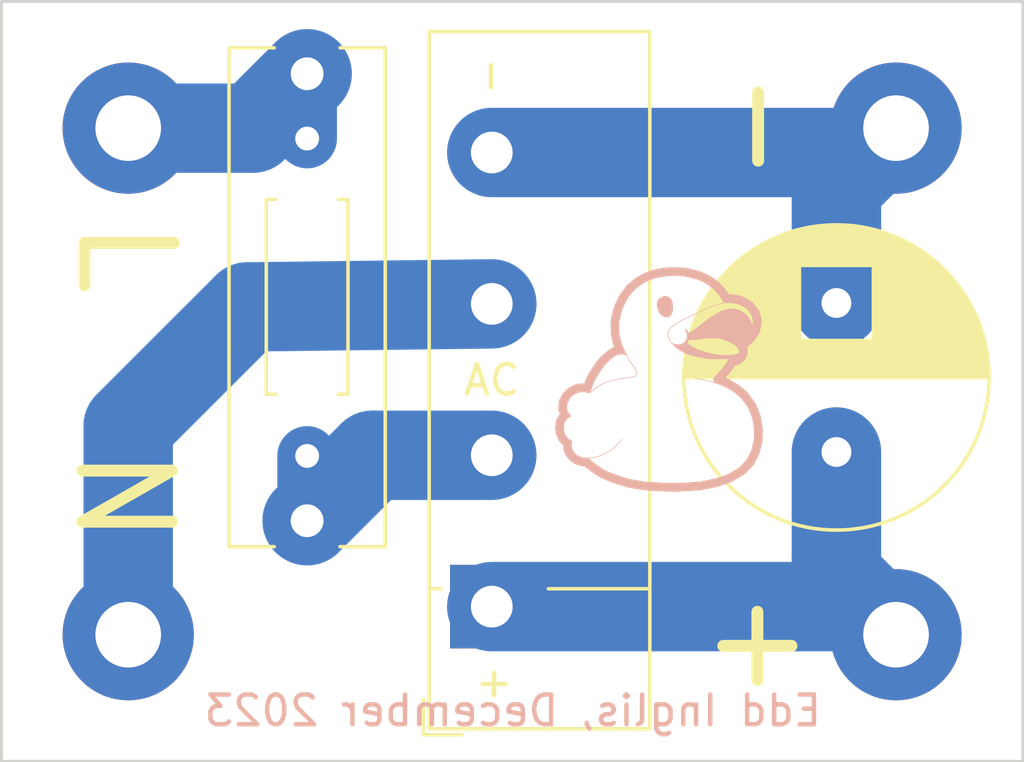
<source format=kicad_pcb>
(kicad_pcb (version 20211014) (generator pcbnew)
  (layers (0 "F.Cu" signal) (31 "B.Cu" signal) (34 "B.Paste" user) (35 "F.Paste" user) (36 "B.SilkS" user "B.Silkscreen") (37 "F.SilkS" user "F.Silkscreen") (38 "B.Mask" user) (39 "F.Mask" user) (44 "Edge.Cuts" user))
  (net 0 "")
  (net 1 "Net-(C101-Pad1)")
  (net 2 "Net-(C101-Pad2)")
  (net 3 "Net-(C102-Pad1)")
  (net 4 "Net-(C102-Pad2)")
  (net 5 "Net-(D101-Pad3)")
  (footprint "Diode_THT:Diode_Bridge_Vishay_KBU" (layer "F.Cu") (at 95.6925 98.3075 90)
    (fp_text reference "D101" hide)
    (fp_text value "KBU8K" hide)
    (fp_text user "AC" (at 7.6 0 unlocked) (layer "F.SilkS"))
    (fp_text user "-" (at 17.8 -0.1 90 unlocked) (layer "F.SilkS"))
    (fp_text user "+" (at -2.6 0 90 unlocked) (layer "F.SilkS"))
    (fp_line (start -4.3 -1) (end -4.3 -2.3) (layer "F.SilkS") (width 0.12))
    (fp_line (start -4.1 -2.1) (end -4.1 5.3) (layer "F.SilkS") (width 0.12))
    (fp_line (start -4.3 -2.3) (end -3.1 -2.3) (layer "F.SilkS") (width 0.12))
    (fp_line (start 19.3 5.3) (end 19.3 -2.1) (layer "F.SilkS") (width 0.12))
    (fp_line (start 0.6 -1.7) (end 0.6 -2.1) (layer "F.SilkS") (width 0.12))
    (fp_line (start 19.3 -2.1) (end -4.1 -2.1) (layer "F.SilkS") (width 0.12))
    (fp_line (start 0.6 1.9) (end 0.6 5.3) (layer "F.SilkS") (width 0.12))
    (fp_line (start -4.1 5.3) (end 19.3 5.3) (layer "F.SilkS") (width 0.12))
    (pad "1" thru_hole rect (at 0 0 90) (size 2.8 2.8) (drill 1.4) (layers *.Cu *.Mask) (net 3 "Net-(C102-Pad1)"))
    (pad "2" thru_hole circle (at 5.08 0 90) (size 2.8 2.8) (drill 1.4) (layers *.Cu *.Mask) (net 1 "Net-(C101-Pad1)"))
    (pad "3" thru_hole circle (at 10.16 0 90) (size 2.8 2.8) (drill 1.4) (layers *.Cu *.Mask) (net 5 "Net-(D101-Pad3)"))
    (pad "4" thru_hole circle (at 15.24 0 90) (size 2.8 2.8) (drill 1.4) (layers *.Cu *.Mask) (net 4 "Net-(C102-Pad2)"))
  )
  (footprint "MountingHole:MountingHole_2.2mm_M2_Pad" (layer "F.Cu") (at 83.5 99.25)
    (fp_text reference "H102" hide)
    (fp_text value "AC neutral")
    (pad "1" thru_hole circle (at 0 0) (size 4.4 4.4) (drill 2.2) (layers *.Cu *.Mask) (net 5 "Net-(D101-Pad3)"))
  )
  (footprint "MountingHole:MountingHole_2.2mm_M2_Pad" (layer "F.Cu") (at 109.25 82.25 180)
    (fp_text reference "H104" hide)
    (fp_text value "Strip -")
    (pad "1" thru_hole circle (at 0 0 180) (size 4.4 4.4) (drill 2.2) (layers *.Cu *.Mask) (net 4 "Net-(C102-Pad2)"))
  )
  (footprint "Resistor_THT:R_Axial_DIN0207_L6.3mm_D2.5mm_P7.62mm_Horizontal" (layer "F.Cu") (at 89.5 84.1 -90)
    (fp_text reference "R101" hide)
    (fp_text value "1M" hide)
    (fp_line (start 7.08 -1.37) (end 7.08 -1.04) (layer "F.SilkS") (width 0.12))
    (fp_line (start 0.54 1.37) (end 7.08 1.37) (layer "F.SilkS") (width 0.12))
    (fp_line (start 0.54 -1.04) (end 0.54 -1.37) (layer "F.SilkS") (width 0.12))
    (fp_line (start 7.08 1.37) (end 7.08 1.04) (layer "F.SilkS") (width 0.12))
    (fp_line (start 0.54 1.04) (end 0.54 1.37) (layer "F.SilkS") (width 0.12))
    (fp_line (start 0.54 -1.37) (end 7.08 -1.37) (layer "F.SilkS") (width 0.12))
    (pad "1" thru_hole circle (at -1.5 0 270) (size 1.6 1.6) (drill 0.8) (layers *.Cu *.Mask) (net 2 "Net-(C101-Pad2)"))
    (pad "2" thru_hole oval (at 9.15 0 270) (size 1.6 1.6) (drill 0.8) (layers *.Cu *.Mask) (net 1 "Net-(C101-Pad1)"))
  )
  (footprint "Capacitor_THT:CP_Radial_D10.0mm_P5.00mm" (layer "F.Cu") (at 107.25 93.117677 90)
    (fp_text reference "C102" hide)
    (fp_text value "4u7F" hide)
    (fp_line (start 4.301 -4.754) (end 4.301 -1.241) (layer "F.SilkS") (width 0.12))
    (fp_line (start 3.901 -4.885) (end 3.901 -1.241) (layer "F.SilkS") (width 0.12))
    (fp_line (start 5.741 1.241) (end 5.741 3.925) (layer "F.SilkS") (width 0.12))
    (fp_line (start 5.221 1.241) (end 5.221 4.298) (layer "F.SilkS") (width 0.12))
    (fp_line (start 5.501 1.241) (end 5.501 4.11) (layer "F.SilkS") (width 0.12))
    (fp_line (start 5.021 1.241) (end 5.021 4.417) (layer "F.SilkS") (width 0.12))
    (fp_line (start 3.781 1.241) (end 3.781 4.918) (layer "F.SilkS") (width 0.12))
    (fp_line (start 4.701 1.241) (end 4.701 4.584) (layer "F.SilkS") (width 0.12))
    (fp_line (start 6.901 -2.579) (end 6.901 2.579) (layer "F.SilkS") (width 0.12))
    (fp_line (start 4.661 -4.603) (end 4.661 -1.241) (layer "F.SilkS") (width 0.12))
    (fp_line (start 6.261 -3.436) (end 6.261 3.436) (layer "F.SilkS") (width 0.12))
    (fp_line (start 4.781 1.241) (end 4.781 4.545) (layer "F.SilkS") (width 0.12))
    (fp_line (start 2.62 -5.079) (end 2.62 5.079) (layer "F.SilkS") (width 0.12))
    (fp_line (start 7.301 -1.742) (end 7.301 1.742) (layer "F.SilkS") (width 0.12))
    (fp_line (start 4.741 1.241) (end 4.741 4.564) (layer "F.SilkS") (width 0.12))
    (fp_line (start 7.101 -2.209) (end 7.101 2.209) (layer "F.SilkS") (width 0.12))
    (fp_line (start 6.381 -3.301) (end 6.381 3.301) (layer "F.SilkS") (width 0.12))
    (fp_line (start 3.741 -4.928) (end 3.741 4.928) (layer "F.SilkS") (width 0.12))
    (fp_line (start 2.58 -5.08) (end 2.58 5.08) (layer "F.SilkS") (width 0.12))
    (fp_line (start 6.821 -2.709) (end 6.821 2.709) (layer "F.SilkS") (width 0.12))
    (fp_line (start 4.061 1.241) (end 4.061 4.837) (layer "F.SilkS") (width 0.12))
    (fp_line (start 5.461 1.241) (end 5.461 4.138) (layer "F.SilkS") (width 0.12))
    (fp_line (start 5.621 1.241) (end 5.621 4.02) (layer "F.SilkS") (width 0.12))
    (fp_line (start 3.861 -4.897) (end 3.861 -1.241) (layer "F.SilkS") (width 0.12))
    (fp_line (start 7.261 -1.846) (end 7.261 1.846) (layer "F.SilkS") (width 0.12))
    (fp_line (start 6.061 -3.64) (end 6.061 -1.241) (layer "F.SilkS") (width 0.12))
    (fp_line (start 6.941 -2.51) (end 6.941 2.51) (layer "F.SilkS") (width 0.12))
    (fp_line (start 7.021 -2.365) (end 7.021 2.365) (layer "F.SilkS") (width 0.12))
    (fp_line (start 6.861 -2.645) (end 6.861 2.645) (layer "F.SilkS") (width 0.12))
    (fp_line (start 6.501 -3.156) (end 6.501 3.156) (layer "F.SilkS") (width 0.12))
    (fp_line (start 2.74 -5.075) (end 2.74 5.075) (layer "F.SilkS") (width 0.12))
    (fp_line (start 3.18 -5.035) (end 3.18 5.035) (layer "F.SilkS") (width 0.12))
    (fp_line (start 6.221 1.241) (end 6.221 3.478) (layer "F.SilkS") (width 0.12))
    (fp_line (start 4.541 1.241) (end 4.541 4.657) (layer "F.SilkS") (width 0.12))
    (fp_line (start 5.221 -4.298) (end 5.221 -1.241) (layer "F.SilkS") (width 0.12))
    (fp_line (start 3.381 -5.004) (end 3.381 5.004) (layer "F.SilkS") (width 0.12))
    (fp_line (start 6.981 -2.439) (end 6.981 2.439) (layer "F.SilkS") (width 0.12))
    (fp_line (start 5.141 -4.347) (end 5.141 -1.241) (layer "F.SilkS") (width 0.12))
    (fp_line (start 3.901 1.241) (end 3.901 4.885) (layer "F.SilkS") (width 0.12))
    (fp_line (start 6.661 -2.945) (end 6.661 2.945) (layer "F.SilkS") (width 0.12))
    (fp_line (start 5.421 -4.166) (end 5.421 -1.241) (layer "F.SilkS") (width 0.12))
    (fp_line (start 5.981 1.241) (end 5.981 3.716) (layer "F.SilkS") (width 0.12))
    (fp_line (start 6.221 -3.478) (end 6.221 -1.241) (layer "F.SilkS") (width 0.12))
    (fp_line (start 3.981 1.241) (end 3.981 4.862) (layer "F.SilkS") (width 0.12))
    (fp_line (start 6.101 1.241) (end 6.101 3.601) (layer "F.SilkS") (width 0.12))
    (fp_line (start 6.181 -3.52) (end 6.181 -1.241) (layer "F.SilkS") (width 0.12))
    (fp_line (start 4.421 1.241) (end 4.421 4.707) (layer "F.SilkS") (width 0.12))
    (fp_line (start 3.581 -4.965) (end 3.581 4.965) (layer "F.SilkS") (width 0.12))
    (fp_line (start 7.581 -0.599) (end 7.581 0.599) (layer "F.SilkS") (width 0.12))
    (fp_line (start 5.541 1.241) (end 5.541 4.08) (layer "F.SilkS") (width 0.12))
    (fp_line (start 2.78 -5.073) (end 2.78 5.073) (layer "F.SilkS") (width 0.12))
    (fp_line (start 5.541 -4.08) (end 5.541 -1.241) (layer "F.SilkS") (width 0.12))
    (fp_line (start 4.021 1.241) (end 4.021 4.85) (layer "F.SilkS") (width 0.12))
    (fp_line (start 5.341 -4.221) (end 5.341 -1.241) (layer "F.SilkS") (width 0.12))
    (fp_line (start 3.661 -4.947) (end 3.661 4.947) (layer "F.SilkS") (width 0.12))
    (fp_line (start 5.581 -4.05) (end 5.581 -1.241) (layer "F.SilkS") (width 0.12))
    (fp_line (start 2.7 -5.077) (end 2.7 5.077) (layer "F.SilkS") (width 0.12))
    (fp_line (start 5.981 -3.716) (end 5.981 -1.241) (layer "F.SilkS") (width 0.12))
    (fp_line (start 4.861 -4.504) (end 4.861 -1.241) (layer "F.SilkS") (width 0.12))
    (fp_line (start 3.421 -4.997) (end 3.421 4.997) (layer "F.SilkS") (width 0.12))
    (fp_line (start 4.381 -4.723) (end 4.381 -1.241) (layer "F.SilkS") (width 0.12))
    (fp_line (start 7.461 -1.23) (end 7.461 1.23) (layer "F.SilkS") (width 0.12))
    (fp_line (start 3.981 -4.862) (end 3.981 -1.241) (layer "F.SilkS") (width 0.12))
    (fp_line (start 6.141 -3.561) (end 6.141 -1.241) (layer "F.SilkS") (width 0.12))
    (fp_line (start 3.341 -5.011) (end 3.341 5.011) (layer "F.SilkS") (width 0.12))
    (fp_line (start 6.541 -3.106) (end 6.541 3.106) (layer "F.SilkS") (width 0.12))
    (fp_line (start 5.901 -3.789) (end 5.901 -1.241) (layer "F.SilkS") (width 0.12))
    (fp_line (start 5.821 1.241) (end 5.821 3.858) (layer "F.SilkS") (width 0.12))
    (fp_line (start 4.701 -4.584) (end 4.701 -1.241) (layer "F.SilkS") (width 0.12))
    (fp_line (start 3.501 -4.982) (end 3.501 4.982) (layer "F.SilkS") (width 0.12))
    (fp_line (start 2.98 -5.058) (end 2.98 5.058) (layer "F.SilkS") (width 0.12))
    (fp_line (start 4.061 -4.837) (end 4.061 -1.241) (layer "F.SilkS") (width 0.12))
    (fp_line (start 4.941 -4.462) (end 4.941 -1.241) (layer "F.SilkS") (width 0.12))
    (fp_line (start 6.461 -3.206) (end 6.461 3.206) (layer "F.SilkS") (width 0.12))
    (fp_line (start 4.821 1.241) (end 4.821 4.525) (layer "F.SilkS") (width 0.12))
    (fp_line (start 3.621 -4.956) (end 3.621 4.956) (layer "F.SilkS") (width 0.12))
    (fp_line (start 6.141 1.241) (end 6.141 3.561) (layer "F.SilkS") (width 0.12))
    (fp_line (start 4.901 -4.483) (end 4.901 -1.241) (layer "F.SilkS") (width 0.12))
    (fp_line (start 5.421 1.241) (end 5.421 4.166) (layer "F.SilkS") (width 0.12))
    (fp_line (start 5.861 -3.824) (end 5.861 -1.241) (layer "F.SilkS") (width 0.12))
    (fp_line (start 4.101 1.241) (end 4.101 4.824) (layer "F.SilkS") (width 0.12))
    (fp_line (start 4.901 1.241) (end 4.901 4.483) (layer "F.SilkS") (width 0.12))
    (fp_line (start 4.501 -4.674) (end 4.501 -1.241) (layer "F.SilkS") (width 0.12))
    (fp_line (start 5.941 -3.753) (end 5.941 -1.241) (layer "F.SilkS") (width 0.12))
    (fp_line (start 3.701 -4.938) (end 3.701 4.938) (layer "F.SilkS") (width 0.12))
    (fp_line (start 6.021 -3.679) (end 6.021 -1.241) (layer "F.SilkS") (width 0.12))
    (fp_line (start 3.821 -4.907) (end 3.821 -1.241) (layer "F.SilkS") (width 0.12))
    (fp_line (start 5.101 1.241) (end 5.101 4.371) (layer "F.SilkS") (width 0.12))
    (fp_line (start 5.941 1.241) (end 5.941 3.753) (layer "F.SilkS") (width 0.12))
    (fp_line (start 4.501 1.241) (end 4.501 4.674) (layer "F.SilkS") (width 0.12))
    (fp_line (start 4.381 1.241) (end 4.381 4.723) (layer "F.SilkS") (width 0.12))
    (fp_line (start 4.541 -4.657) (end 4.541 -1.241) (layer "F.SilkS") (width 0.12))
    (fp_line (start 6.581 -3.054) (end 6.581 3.054) (layer "F.SilkS") (width 0.12))
    (fp_line (start 3.261 -5.024) (end 3.261 5.024) (layer "F.SilkS") (width 0.12))
    (fp_line (start 4.741 -4.564) (end 4.741 -1.241) (layer "F.SilkS") (width 0.12))
    (fp_line (start 3.821 1.241) (end 3.821 4.907) (layer "F.SilkS") (width 0.12))
    (fp_line (start 5.781 1.241) (end 5.781 3.892) (layer "F.SilkS") (width 0.12))
    (fp_line (start 2.86 -5.068) (end 2.86 5.068) (layer "F.SilkS") (width 0.12))
    (fp_line (start 2.82 -5.07) (end 2.82 5.07) (layer "F.SilkS") (width 0.12))
    (fp_line (start 4.621 -4.621) (end 4.621 -1.241) (layer "F.SilkS") (width 0.12))
    (fp_line (start 6.701 -2.889) (end 6.701 2.889) (layer "F.SilkS") (width 0.12))
    (fp_line (start 6.741 -2.83) (end 6.741 2.83) (layer "F.SilkS") (width 0.12))
    (fp_line (start 6.021 1.241) (end 6.021 3.679) (layer "F.SilkS") (width 0.12))
    (fp_line (start 5.261 -4.273) (end 5.261 -1.241) (layer "F.SilkS") (width 0.12))
    (fp_line (start 5.261 1.241) (end 5.261 4.273) (layer "F.SilkS") (width 0.12))
    (fp_line (start 4.861 1.241) (end 4.861 4.504) (layer "F.SilkS") (width 0.12))
    (fp_line (start 3.02 -5.054) (end 3.02 5.054) (layer "F.SilkS") (width 0.12))
    (fp_line (start 5.301 -4.247) (end 5.301 -1.241) (layer "F.SilkS") (width 0.12))
    (fp_line (start 4.421 -4.707) (end 4.421 -1.241) (layer "F.SilkS") (width 0.12))
    (fp_line (start 5.341 1.241) (end 5.341 4.221) (layer "F.SilkS") (width 0.12))
    (fp_line (start 4.341 1.241) (end 4.341 4.738) (layer "F.SilkS") (width 0.12))
    (fp_line (start 4.021 -4.85) (end 4.021 -1.241) (layer "F.SilkS") (width 0.12))
    (fp_line (start 5.701 -3.957) (end 5.701 -1.241) (layer "F.SilkS") (width 0.12))
    (fp_line (start 2.94 -5.062) (end 2.94 5.062) (layer "F.SilkS") (width 0.12))
    (fp_line (start 3.861 1.241) (end 3.861 4.897) (layer "F.SilkS") (width 0.12))
    (fp_line (start 3.14 -5.04) (end 3.14 5.04) (layer "F.SilkS") (width 0.12))
    (fp_line (start 3.221 -5.03) (end 3.221 5.03) (layer "F.SilkS") (width 0.12))
    (fp_line (start 5.141 1.241) (end 5.141 4.347) (layer "F.SilkS") (width 0.12))
    (fp_line (start 4.261 -4.768) (end 4.261 -1.241) (layer "F.SilkS") (width 0.12))
    (fp_line (start 4.661 1.241) (end 4.661 4.603) (layer "F.SilkS") (width 0.12))
    (fp_line (start 4.621 1.241) (end 4.621 4.621) (layer "F.SilkS") (width 0.12))
    (fp_line (start 5.021 -4.417) (end 5.021 -1.241) (layer "F.SilkS") (width 0.12))
    (fp_line (start 3.461 -4.99) (end 3.461 4.99) (layer "F.SilkS") (width 0.12))
    (fp_line (start 5.461 -4.138) (end 5.461 -1.241) (layer "F.SilkS") (width 0.12))
    (fp_line (start 5.781 -3.892) (end 5.781 -1.241) (layer "F.SilkS") (width 0.12))
    (fp_line (start 6.301 -3.392) (end 6.301 3.392) (layer "F.SilkS") (width 0.12))
    (fp_line (start 7.181 -2.037) (end 7.181 2.037) (layer "F.SilkS") (width 0.12))
    (fp_line (start 4.821 -4.525) (end 4.821 -1.241) (layer "F.SilkS") (width 0.12))
    (fp_line (start 7.421 -1.378) (end 7.421 1.378) (layer "F.SilkS") (width 0.12))
    (fp_line (start 5.381 1.241) (end 5.381 4.194) (layer "F.SilkS") (width 0.12))
    (fp_line (start 5.861 1.241) (end 5.861 3.824) (layer "F.SilkS") (width 0.12))
    (fp_line (start 5.181 -4.323) (end 5.181 -1.241) (layer "F.SilkS") (width 0.12))
    (fp_line (start 4.181 1.241) (end 4.181 4.797) (layer "F.SilkS") (width 0.12))
    (fp_line (start 2.66 -5.078) (end 2.66 5.078) (layer "F.SilkS") (width 0.12))
    (fp_line (start 2.54 -5.08) (end 2.54 5.08) (layer "F.SilkS") (width 0.12))
    (fp_line (start 6.781 -2.77) (end 6.781 2.77) (layer "F.SilkS") (width 0.12))
    (fp_line (start 7.061 -2.289) (end 7.061 2.289) (layer "F.SilkS") (width 0.12))
    (fp_line (start 6.101 -3.601) (end 6.101 -1.241) (layer "F.SilkS") (width 0.12))
    (fp_line (start 7.341 -1.63) (end 7.341 1.63) (layer "F.SilkS") (width 0.12))
    (fp_line (start 7.541 -0.862) (end 7.541 0.862) (layer "F.SilkS") (width 0.12))
    (fp_line (start 5.501 -4.11) (end 5.501 -1.241) (layer "F.SilkS") (width 0.12))
    (fp_line (start 4.941 1.241) (end 4.941 4.462) (layer "F.SilkS") (width 0.12))
    (fp_line (start 5.101 -4.371) (end 5.101 -1.241) (layer "F.SilkS") (width 0.12))
    (fp_line (start 5.301 1.241) (end 5.301 4.247) (layer "F.SilkS") (width 0.12))
    (fp_line (start 2.5 -5.08) (end 2.5 5.08) (layer "F.SilkS") (width 0.12))
    (fp_line (start 5.061 -4.395) (end 5.061 -1.241) (layer "F.SilkS") (width 0.12))
    (fp_line (start 3.1 -5.045) (end 3.1 5.045) (layer "F.SilkS") (width 0.12))
    (fp_line (start 4.981 -4.44) (end 4.981 -1.241) (layer "F.SilkS") (width 0.12))
    (fp_line (start 4.301 1.241) (end 4.301 4.754) (layer "F.SilkS") (width 0.12))
    (fp_line (start 6.061 1.241) (end 6.061 3.64) (layer "F.SilkS") (width 0.12))
    (fp_line (start 2.9 -5.065) (end 2.9 5.065) (layer "F.SilkS") (width 0.12))
    (fp_line (start 5.061 1.241) (end 5.061 4.395) (layer "F.SilkS") (width 0.12))
    (fp_line (start 6.421 -3.254) (end 6.421 3.254) (layer "F.SilkS") (width 0.12))
    (fp_line (start 4.101 -4.824) (end 4.101 -1.241) (layer "F.SilkS") (width 0.12))
    (fp_line (start 5.901 1.241) (end 5.901 3.789) (layer "F.SilkS") (width 0.12))
    (fp_line (start 7.141 -2.125) (end 7.141 2.125) (layer "F.SilkS") (width 0.12))
    (fp_line (start 3.06 -5.05) (end 3.06 5.05) (layer "F.SilkS") (width 0.12))
    (fp_line (start 5.181 1.241) (end 5.181 4.323) (layer "F.SilkS") (width 0.12))
    (fp_line (start 4.181 -4.797) (end 4.181 -1.241) (layer "F.SilkS") (width 0.12))
    (fp_line (start 3.301 -5.018) (end 3.301 5.018) (layer "F.SilkS") (width 0.12))
    (fp_line (start 4.581 -4.639) (end 4.581 -1.241) (layer "F.SilkS") (width 0.12))
    (fp_line (start 4.341 -4.738) (end 4.341 -1.241) (layer "F.SilkS") (width 0.12))
    (fp_line (start 4.221 -4.783) (end 4.221 -1.241) (layer "F.SilkS") (width 0.12))
    (fp_line (start 4.981 1.241) (end 4.981 4.44) (layer "F.SilkS") (width 0.12))
    (fp_line (start 6.341 -3.347) (end 6.341 3.347) (layer "F.SilkS") (width 0.12))
    (fp_line (start 5.661 -3.989) (end 5.661 -1.241) (layer "F.SilkS") (width 0.12))
    (fp_line (start 5.741 -3.925) (end 5.741 -1.241) (layer "F.SilkS") (width 0.12))
    (fp_line (start 4.461 -4.69) (end 4.461 -1.241) (layer "F.SilkS") (width 0.12))
    (fp_line (start 4.581 1.241) (end 4.581 4.639) (layer "F.SilkS") (width 0.12))
    (fp_line (start 7.221 -1.944) (end 7.221 1.944) (layer "F.SilkS") (width 0.12))
    (fp_line (start 3.941 1.241) (end 3.941 4.874) (layer "F.SilkS") (width 0.12))
    (fp_line (start 3.541 -4.974) (end 3.541 4.974) (layer "F.SilkS") (width 0.12))
    (fp_line (start 5.821 -3.858) (end 5.821 -1.241) (layer "F.SilkS") (width 0.12))
    (fp_line (start 5.701 1.241) (end 5.701 3.957) (layer "F.SilkS") (width 0.12))
    (fp_line (start 4.141 -4.811) (end 4.141 -1.241) (layer "F.SilkS") (width 0.12))
    (fp_line (start 4.221 1.241) (end 4.221 4.783) (layer "F.SilkS") (width 0.12))
    (fp_line (start 3.781 -4.918) (end 3.781 -1.241) (layer "F.SilkS") (width 0.12))
    (fp_line (start 5.381 -4.194) (end 5.381 -1.241) (layer "F.SilkS") (width 0.12))
    (fp_line (start 4.781 -4.545) (end 4.781 -1.241) (layer "F.SilkS") (width 0.12))
    (fp_line (start 7.381 -1.51) (end 7.381 1.51) (layer "F.SilkS") (width 0.12))
    (fp_line (start 7.501 -1.062) (end 7.501 1.062) (layer "F.SilkS") (width 0.12))
    (fp_line (start 6.181 1.241) (end 6.181 3.52) (layer "F.SilkS") (width 0.12))
    (fp_line (start 5.661 1.241) (end 5.661 3.989) (layer "F.SilkS") (width 0.12))
    (fp_line (start 4.261 1.241) (end 4.261 4.768) (layer "F.SilkS") (width 0.12))
    (fp_line (start 3.941 -4.874) (end 3.941 -1.241) (layer "F.SilkS") (width 0.12))
    (fp_line (start 5.581 1.241) (end 5.581 4.05) (layer "F.SilkS") (width 0.12))
    (fp_line (start 4.461 1.241) (end 4.461 4.69) (layer "F.SilkS") (width 0.12))
    (fp_line (start 4.141 1.241) (end 4.141 4.811) (layer "F.SilkS") (width 0.12))
    (fp_line (start 5.621 -4.02) (end 5.621 -1.241) (layer "F.SilkS") (width 0.12))
    (fp_line (start 6.621 -3) (end 6.621 3) (layer "F.SilkS") (width 0.12))
    (fp_circle (center 2.5 0) (end 7.62 0) (layer "F.SilkS") (width 0.12) (fill none))
    (pad "1" thru_hole rect (at 0 0 90) (size 2 2) (drill 1) (layers *.Cu *.Mask) (net 3 "Net-(C102-Pad1)"))
    (pad "2" thru_hole circle (at 5 0 90) (size 2 2) (drill 1) (layers *.Cu *.Mask) (net 4 "Net-(C102-Pad2)"))
  )
  (footprint "MountingHole:MountingHole_2.2mm_M2_Pad" (layer "F.Cu") (at 109.25 99.25)
    (fp_text reference "H103" hide)
    (fp_text value "Strip +")
    (pad "1" thru_hole circle (at 0 0) (size 4.4 4.4) (drill 2.2) (layers *.Cu *.Mask) (net 3 "Net-(C102-Pad1)"))
  )
  (footprint "Capacitor_THT:C_Rect_L16.5mm_W5.0mm_P15.00mm_MKT" (layer "F.Cu") (at 89.5 95.425 90)
    (fp_text reference "C101" hide)
    (fp_text value "220uF 400v" hide)
    (fp_line (start -0.87 2.62) (end 15.87 2.62) (layer "F.SilkS") (width 0.12))
    (fp_line (start -0.87 1.104) (end -0.87 2.62) (layer "F.SilkS") (width 0.12))
    (fp_line (start -0.87 -2.62) (end 15.87 -2.62) (layer "F.SilkS") (width 0.12))
    (fp_line (start 15.87 1.104) (end 15.87 2.62) (layer "F.SilkS") (width 0.12))
    (fp_line (start 15.87 -2.62) (end 15.87 -1.104) (layer "F.SilkS") (width 0.12))
    (fp_line (start -0.87 -2.62) (end -0.87 -1.104) (layer "F.SilkS") (width 0.12))
    (pad "1" thru_hole circle (at 0 0 90) (size 2.2 2.2) (drill 1.1) (layers *.Cu *.Mask) (net 1 "Net-(C101-Pad1)"))
    (pad "2" thru_hole circle (at 15 0 90) (size 2.2 2.2) (drill 1.1) (layers *.Cu *.Mask) (net 2 "Net-(C101-Pad2)"))
  )
  (footprint "MountingHole:MountingHole_2.2mm_M2_Pad" (layer "F.Cu") (at 83.5 82.25)
    (fp_text reference "H101" hide)
    (fp_text value "AC live")
    (pad "1" thru_hole circle (at 0 0) (size 4.4 4.4) (drill 2.2) (layers *.Cu *.Mask) (net 2 "Net-(C101-Pad2)"))
  )
  (footprint "Arthur:Arthur" (layer "B.Cu") (at 101.4 90.6 180)
    (fp_text reference "Ge" hide)
    (fp_text value "LOGO" hide)
    (fp_poly (pts (xy -0.287575 3.683093) (xy -0.094415 3.666729) (xy 0.021188 3.650566) (xy 0.090815 3.639104) (xy 0.14884 3.628444) (xy 0.200489 3.617343) (xy 0.250986 3.604555) (xy 0.305556 3.588837) (xy 0.369425 3.568944) (xy 0.385619 3.563762) (xy 0.445824 3.544216) (xy 0.494399 3.527652) (xy 0.535452 3.512283) (xy 0.573089 3.49632) (xy 0.611414 3.477977) (xy 0.654534 3.455465) (xy 0.706554 3.426996) (xy 0.731268 3.413266) (xy 0.788309 3.381237) (xy 0.834064 3.354614) (xy 0.87221 3.330836) (xy 0.906421 3.307341) (xy 0.940376 3.281568) (xy 0.977748 3.250956) (xy 1.022214 3.212944) (xy 1.036373 3.20068) (xy 1.077468 3.164983) (xy 1.114508 3.13272) (xy 1.145473 3.105656) (xy 1.168349 3.085554) (xy 1.181116 3.07418) (xy 1.182801 3.072609) (xy 1.190205 3.063566) (xy 1.206195 3.042889) (xy 1.229268 3.012563) (xy 1.257919 2.974572) (xy 1.290643 2.930903) (xy 1.31481 2.898498) (xy 1.354761 2.84452) (xy 1.386516 2.800512) (xy 1.412187 2.762989) (xy 1.433887 2.728464) (xy 1.453728 2.693453) (xy 1.473822 2.654471) (xy 1.496282 2.60803) (xy 1.515128 2.567968) (xy 1.544077 2.506116) (xy 1.567131 2.456376) (xy 1.585394 2.415528) (xy 1.599975 2.380347) (xy 1.61198 2.347612) (xy 1.622516 2.314101) (xy 1.63269 2.276591) (xy 1.643608 2.231861) (xy 1.656378 2.176687) (xy 1.669962 2.117219) (xy 1.720454 1.896469) (xy 1.720454 1.67009) (xy 1.720374 1.601117) (xy 1.719984 1.545998) (xy 1.719065 1.501635) (xy 1.717395 1.464931) (xy 1.714752 1.43279) (xy 1.710915 1.402114) (xy 1.705663 1.369807) (xy 1.698775 1.332771) (xy 1.694937 1.312996) (xy 1.68351 1.258565) (xy 1.670112 1.201183) (xy 1.656243 1.146929) (xy 1.643404 1.101876) (xy 1.640702 1.093293) (xy 1.611983 1.004304) (xy 1.693763 0.965217) (xy 1.721038 0.951667) (xy 1.745762 0.937889) (xy 1.77028 0.922129) (xy 1.796937 0.902632) (xy 1.828081 0.877645) (xy 1.866057 0.845413) (xy 1.91321 0.804182) (xy 1.935639 0.784359) (xy 1.980565 0.744335) (xy 2.022121 0.706859) (xy 2.058332 0.673749) (xy 2.087224 0.64682) (xy 2.106822 0.627889) (xy 2.114227 0.620043) (xy 2.123949 0.607294) (xy 2.141992 0.582769) (xy 2.166873 0.548519) (xy 2.197107 0.506596) (xy 2.231211 0.45905) (xy 2.2677 0.407932) (xy 2.268502 0.406807) (xy 2.333877 0.311775) (xy 2.395433 0.215996) (xy 2.451775 0.121933) (xy 2.501506 0.032047) (xy 2.543231 -0.051202) (xy 2.575552 -0.125352) (xy 2.585763 -0.152553) (xy 2.608278 -0.216116) (xy 2.734319 -0.222579) (xy 2.860361 -0.229041) (xy 3.010934 -0.302769) (xy 3.161506 -0.376498) (xy 3.249043 -0.46581) (xy 3.281954 -0.499726) (xy 3.306961 -0.52701) (xy 3.326712 -0.551505) (xy 3.343857 -0.577051) (xy 3.361043 -0.607489) (xy 3.380921 -0.64666) (xy 3.398299 -0.682249) (xy 3.460018 -0.809376) (xy 3.471978 -0.948581) (xy 3.483938 -1.087785) (xy 3.456395 -1.165728) (xy 3.428851 -1.243671) (xy 3.476509 -1.318916) (xy 3.50122 -1.358331) (xy 3.518905 -1.388543) (xy 3.53172 -1.414601) (xy 3.54182 -1.441549) (xy 3.551361 -1.474436) (xy 3.562499 -1.518306) (xy 3.563619 -1.522824) (xy 3.582178 -1.63264) (xy 3.584131 -1.744056) (xy 3.569611 -1.856006) (xy 3.53875 -1.96743) (xy 3.494968 -2.070723) (xy 3.470633 -2.117486) (xy 3.448482 -2.15407) (xy 3.424582 -2.186105) (xy 3.395002 -2.219222) (xy 3.381514 -2.2332) (xy 3.315171 -2.301001) (xy 3.312357 -2.37304) (xy 3.310417 -2.406001) (xy 3.30664 -2.433681) (xy 3.299727 -2.461028) (xy 3.288381 -2.492994) (xy 3.271302 -2.534527) (xy 3.267885 -2.542543) (xy 3.247719 -2.588604) (xy 3.230199 -2.624789) (xy 3.212504 -2.655525) (xy 3.191815 -2.685239) (xy 3.165312 -2.71836) (xy 3.130174 -2.759312) (xy 3.128821 -2.760864) (xy 3.056027 -2.831498) (xy 2.970053 -2.8917) (xy 2.871262 -2.941231) (xy 2.832158 -2.956576) (xy 2.786835 -2.97254) (xy 2.751953 -2.98292) (xy 2.722387 -2.988837) (xy 2.693009 -2.991414) (xy 2.67113 -2.99183) (xy 2.606107 -2.991934) (xy 2.563731 -3.032611) (xy 2.545556 -3.048201) (xy 2.515675 -3.07165) (xy 2.476377 -3.101256) (xy 2.429954 -3.135321) (xy 2.378696 -3.172142) (xy 2.324895 -3.210021) (xy 2.322189 -3.211905) (xy 2.262079 -3.253571) (xy 2.212594 -3.28726) (xy 2.17055 -3.314822) (xy 2.132763 -3.33811) (xy 2.096048 -3.358973) (xy 2.057223 -3.379264) (xy 2.013101 -3.400834) (xy 1.960501 -3.425534) (xy 1.932333 -3.438571) (xy 1.877131 -3.463785) (xy 1.827738 -3.485595) (xy 1.781187 -3.505109) (xy 1.734513 -3.523433) (xy 1.68475 -3.541678) (xy 1.628932 -3.56095) (xy 1.564093 -3.582359) (xy 1.487268 -3.607011) (xy 1.44925 -3.619061) (xy 1.368748 -3.644384) (xy 1.301724 -3.665094) (xy 1.245553 -3.681877) (xy 1.197611 -3.695416) (xy 1.155274 -3.706397) (xy 1.115918 -3.715506) (xy 1.07692 -3.723427) (xy 1.035654 -3.730844) (xy 0.99583 -3.737428) (xy 0.897821 -3.753238) (xy 0.814205 -3.766704) (xy 0.742623 -3.778066) (xy 0.680716 -3.787568) (xy 0.626124 -3.795453) (xy 0.576488 -3.801963) (xy 0.529451 -3.807342) (xy 0.482652 -3.811831) (xy 0.433733 -3.815675) (xy 0.380335 -3.819115) (xy 0.320098 -3.822395) (xy 0.250665 -3.825757) (xy 0.169676 -3.829445) (xy 0.074771 -3.8337) (xy 0.04931 -3.834848) (xy -0.040036 -3.838833) (xy -0.125473 -3.842537) (xy -0.205282 -3.845892) (xy -0.277747 -3.848831) (xy -0.341151 -3.851287) (xy -0.393775 -3.853193) (xy -0.433902 -3.854481) (xy -0.459814 -3.855084) (xy -0.467674 -3.855093) (xy -0.485412 -3.85434) (xy -0.518117 -3.852621) (xy -0.563842 -3.850053) (xy -0.620637 -3.846749) (xy -0.686554 -3.842823) (xy -0.759645 -3.838392) (xy -0.837961 -3.833567) (xy -0.898365 -3.829798) (xy -1.283984 -3.805598) (xy -1.584851 -3.744983) (xy -1.665229 -3.728716) (xy -1.731948 -3.714928) (xy -1.787981 -3.702829) (xy -1.836301 -3.691633) (xy -1.879883 -3.68055) (xy -1.921698 -3.668792) (xy -1.964721 -3.655571) (xy -2.011924 -3.640098) (xy -2.066281 -3.621585) (xy -2.118785 -3.603406) (xy -2.351851 -3.522444) (xy -2.568884 -3.390568) (xy -2.785916 -3.258692) (xy -2.934307 -3.100841) (xy -3.082699 -2.942989) (xy -3.177683 -2.757598) (xy -3.204162 -2.705671) (xy -3.228075 -2.658317) (xy -3.248318 -2.617757) (xy -3.263787 -2.586214) (xy -3.27338 -2.565909) (xy -3.276029 -2.559493) (xy -3.278808 -2.54801) (xy -3.284852 -2.522401) (xy -3.293605 -2.485055) (xy -3.304506 -2.438359) (xy -3.316998 -2.384701) (xy -3.327583 -2.339139) (xy -3.375773 -2.131498) (xy -3.376938 -2.067125) (xy -3.084951 -2.067125) (xy -3.04243 -2.260125) (xy -2.999909 -2.453124) (xy -2.918252 -2.614367) (xy -2.836595 -2.775609) (xy -2.710079 -2.908773) (xy -2.583562 -3.041937) (xy -2.399906 -3.151867) (xy -2.342666 -3.186014) (xy -2.296396 -3.213064) (xy -2.257556 -3.23468) (xy -2.222604 -3.252528) (xy -2.188002 -3.268272) (xy -2.150208 -3.283576) (xy -2.105682 -3.300104) (xy -2.050884 -3.319522) (xy -2.021321 -3.329859) (xy -1.963218 -3.349914) (xy -1.912507 -3.366741) (xy -1.865881 -3.381222) (xy -1.820034 -3.394236) (xy -1.771659 -3.406666) (xy -1.717449 -3.419392) (xy -1.654099 -3.433295) (xy -1.578301 -3.449256) (xy -1.555188 -3.45405) (xy -1.283984 -3.51018) (xy -0.92379 -3.533767) (xy -0.82768 -3.539999) (xy -0.743612 -3.545222) (xy -0.669198 -3.549449) (xy -0.602049 -3.55269) (xy -0.539777 -3.554959) (xy -0.479993 -3.556267) (xy -0.420308 -3.556625) (xy -0.358336 -3.556047) (xy -0.291686 -3.554543) (xy -0.21797 -3.552126) (xy -0.134801 -3.548807) (xy -0.03979 -3.544599) (xy 0.069453 -3.539513) (xy 0.084752 -3.538791) (xy 0.512747 -3.518587) (xy 0.798928 -3.471602) (xy 0.876073 -3.458891) (xy 0.939668 -3.448162) (xy 0.992892 -3.438665) (xy 1.038923 -3.429649) (xy 1.080941 -3.420363) (xy 1.122124 -3.410057) (xy 1.16565 -3.397981) (xy 1.214699 -3.383384) (xy 1.272449 -3.365516) (xy 1.342079 -3.343625) (xy 1.34531 -3.342607) (xy 1.434393 -3.314126) (xy 1.511647 -3.288365) (xy 1.581248 -3.263709) (xy 1.647373 -3.238543) (xy 1.714198 -3.211249) (xy 1.785899 -3.180214) (xy 1.866652 -3.14382) (xy 1.906907 -3.125333) (xy 1.940908 -3.107473) (xy 1.985351 -3.080883) (xy 2.037501 -3.047493) (xy 2.094622 -3.009236) (xy 2.153978 -2.96804) (xy 2.212833 -2.925838) (xy 2.268451 -2.88456) (xy 2.318097 -2.846135) (xy 2.359034 -2.812496) (xy 2.388527 -2.785573) (xy 2.388915 -2.785183) (xy 2.451403 -2.722259) (xy 2.367727 -2.716951) (xy 2.296055 -2.708566) (xy 2.210132 -2.691629) (xy 2.152764 -2.677617) (xy 2.110659 -2.666533) (xy 2.075959 -2.656677) (xy 2.045535 -2.64672) (xy 2.016257 -2.635331) (xy 1.984995 -2.621178) (xy 1.948619 -2.602933) (xy 1.904 -2.579263) (xy 1.848008 -2.548838) (xy 1.841513 -2.545292) (xy 1.661549 -2.446991) (xy 1.473792 -2.252907) (xy 1.428267 -2.205501) (xy 1.387071 -2.161935) (xy 1.351561 -2.123696) (xy 1.323092 -2.09227) (xy 1.30302 -2.069145) (xy 1.292701 -2.055808) (xy 1.291685 -2.053171) (xy 1.298811 -2.057564) (xy 1.316421 -2.07264) (xy 1.343073 -2.09704) (xy 1.37732 -2.129406) (xy 1.41772 -2.168379) (xy 1.462829 -2.212599) (xy 1.494064 -2.243587) (xy 1.690791 -2.439653) (xy 1.860294 -2.532008) (xy 1.917504 -2.562949) (xy 1.963291 -2.586955) (xy 2.000971 -2.60546) (xy 2.033861 -2.619899) (xy 2.065278 -2.631705) (xy 2.098539 -2.642313) (xy 2.136961 -2.653156) (xy 2.146404 -2.655706) (xy 2.227647 -2.67486) (xy 2.310783 -2.688735) (xy 2.399838 -2.697786) (xy 2.498838 -2.702467) (xy 2.569547 -2.703378) (xy 2.614487 -2.703056) (xy 2.647717 -2.701358) (xy 2.674472 -2.697496) (xy 2.699983 -2.690679) (xy 2.729481 -2.680118) (xy 2.733247 -2.678673) (xy 2.797874 -2.650257) (xy 2.85053 -2.618436) (xy 2.896195 -2.579859) (xy 2.923498 -2.550716) (xy 2.967784 -2.490247) (xy 3.000562 -2.425186) (xy 3.020283 -2.359237) (xy 3.025626 -2.306396) (xy 3.02155 -2.251808) (xy 3.010004 -2.206326) (xy 3.009866 -2.20597) (xy 3.001508 -2.180641) (xy 2.997611 -2.160882) (xy 2.997959 -2.154506) (xy 3.006966 -2.145591) (xy 3.027164 -2.132149) (xy 3.05442 -2.116892) (xy 3.058214 -2.114944) (xy 3.124601 -2.072009) (xy 3.180886 -2.016858) (xy 3.226261 -1.951451) (xy 3.259921 -1.877746) (xy 3.281058 -1.797701) (xy 3.288867 -1.713274) (xy 3.282541 -1.626425) (xy 3.275125 -1.58818) (xy 3.254197 -1.527273) (xy 3.221588 -1.468843) (xy 3.180156 -1.416487) (xy 3.132756 -1.373801) (xy 3.082248 -1.344381) (xy 3.081011 -1.343863) (xy 3.058756 -1.333061) (xy 3.043726 -1.322877) (xy 3.041419 -1.320249) (xy 3.043982 -1.309664) (xy 3.056742 -1.290129) (xy 3.077742 -1.264514) (xy 3.084433 -1.25708) (xy 3.111804 -1.224988) (xy 3.131756 -1.19492) (xy 3.14834 -1.160011) (xy 3.160263 -1.128606) (xy 3.172788 -1.09255) (xy 3.180216 -1.06587) (xy 3.183344 -1.042155) (xy 3.182968 -1.014997) (xy 3.179886 -0.977987) (xy 3.179495 -0.973869) (xy 3.175268 -0.936409) (xy 3.169635 -0.906224) (xy 3.160895 -0.877732) (xy 3.14735 -0.845351) (xy 3.128107 -0.805139) (xy 3.094691 -0.743122) (xy 3.060262 -0.693282) (xy 3.021244 -0.652064) (xy 2.974062 -0.615911) (xy 2.915142 -0.581267) (xy 2.890024 -0.568307) (xy 2.79256 -0.519364) (xy 2.688016 -0.514702) (xy 2.640908 -0.513019) (xy 2.605326 -0.513161) (xy 2.575898 -0.5156) (xy 2.547253 -0.520809) (xy 2.51402 -0.52926) (xy 2.510038 -0.530357) (xy 2.475789 -0.539455) (xy 2.446891 -0.546443) (xy 2.427861 -0.550256) (xy 2.423891 -0.550655) (xy 2.413478 -0.545226) (xy 2.393076 -0.530261) (xy 2.365151 -0.507718) (xy 2.332169 -0.479559) (xy 2.312286 -0.461957) (xy 2.217692 -0.384348) (xy 2.115858 -0.31509) (xy 2.005628 -0.253753) (xy 1.885842 -0.199909) (xy 1.755342 -0.153128) (xy 1.612971 -0.112983) (xy 1.457569 -0.079043) (xy 1.287979 -0.050882) (xy 1.155894 -0.033879) (xy 1.07903 -0.024965) (xy 1.017178 -0.017395) (xy 0.968505 -0.010622) (xy 0.931179 -0.004103) (xy 0.903367 0.002708) (xy 0.883237 0.010356) (xy 0.868955 0.019387) (xy 0.858689 0.030344) (xy 0.850606 0.043774) (xy 0.843394 0.059067) (xy 0.832988 0.099317) (xy 0.832942 0.129821) (xy 0.850445 0.129821) (xy 0.85167 0.108024) (xy 0.855581 0.09045) (xy 0.863089 0.066786) (xy 0.872188 0.048794) (xy 0.885328 0.035302) (xy 0.904956 0.025136) (xy 0.933523 0.017124) (xy 0.973478 0.010094) (xy 1.027268 0.002874) (xy 1.042443 0.000991) (xy 1.093821 -0.005283) (xy 1.143513 -0.011255) (xy 1.187249 -0.016419) (xy 1.220754 -0.020267) (xy 1.233134 -0.021624) (xy 1.259267 -0.025005) (xy 1.29781 -0.030775) (xy 1.344503 -0.038259) (xy 1.395085 -0.046784) (xy 1.42219 -0.051525) (xy 1.598669 -0.088484) (xy 1.762163 -0.134406) (xy 1.912319 -0.189142) (xy 2.048786 -0.252539) (xy 2.171211 -0.324448) (xy 2.279241 -0.404718) (xy 2.309477 -0.431027) (xy 2.34056 -0.4591) (xy 2.366644 -0.482619) (xy 2.385405 -0.499494) (xy 2.394525 -0.507636) (xy 2.395031 -0.508065) (xy 2.392677 -0.500598) (xy 2.385646 -0.479531) (xy 2.37476 -0.447299) (xy 2.360841 -0.406337) (xy 2.344712 -0.359078) (xy 2.34292 -0.353837) (xy 2.307433 -0.257448) (xy 2.267971 -0.165259) (xy 2.222948 -0.074345) (xy 2.170779 0.01822) (xy 2.109877 0.115361) (xy 2.038658 0.220005) (xy 2.010277 0.259953) (xy 1.970687 0.314972) (xy 1.938528 0.358877) (xy 1.911411 0.394371) (xy 1.886944 0.424156) (xy 1.862739 0.450934) (xy 1.836404 0.477407) (xy 1.805551 0.506277) (xy 1.767788 0.540246) (xy 1.742422 0.562778) (xy 1.694839 0.604683) (xy 1.657119 0.636979) (xy 1.626666 0.661551) (xy 1.600887 0.680286) (xy 1.577188 0.69507) (xy 1.552973 0.70779) (xy 1.525892 0.720226) (xy 1.487923 0.736341) (xy 1.459038 0.746402) (xy 1.433096 0.75181) (xy 1.403956 0.753965) (xy 1.376454 0.754287) (xy 1.334029 0.752509) (xy 1.289686 0.747824) (xy 1.25244 0.74121) (xy 1.24973 0.74055) (xy 1.220732 0.732735) (xy 1.202197 0.724596) (xy 1.18888 0.711977) (xy 1.175543 0.690726) (xy 1.166849 0.674868) (xy 1.139411 0.624666) (xy 1.11579 0.582533) (xy 1.093731 0.5448) (xy 1.07098 0.507803) (xy 1.045283 0.467874) (xy 1.014386 0.421346) (xy 0.976345 0.365011) (xy 0.935126 0.303443) (xy 0.903167 0.253474) (xy 0.879594 0.213115) (xy 0.863532 0.180378) (xy 0.854107 0.153277) (xy 0.850445 0.129821) (xy 0.832942 0.129821) (xy 0.832918 0.145867) (xy 0.842793 0.191892) (xy 0.852297 0.214463) (xy 0.861966 0.230931) (xy 0.879547 0.258735) (xy 0.903331 0.295254) (xy 0.931606 0.33787) (xy 0.962663 0.383963) (xy 0.971117 0.396392) (xy 1.07335 0.554989) (xy 1.164286 0.713887) (xy 1.243193 0.871496) (xy 1.309337 1.026223) (xy 1.361986 1.176477) (xy 1.400405 1.320665) (xy 1.403528 1.335125) (xy 1.411419 1.374238) (xy 1.417431 1.409304) (xy 1.421881 1.443922) (xy 1.425088 1.481688) (xy 1.427369 1.526202) (xy 1.42904 1.581061) (xy 1.4302 1.637444) (xy 1.433678 1.829877) (xy 1.385388 2.040014) (xy 1.337097 2.25015) (xy 1.255039 2.424008) (xy 1.226695 2.483486) (xy 1.203025 2.531257) (xy 1.181783 2.571087) (xy 1.160727 2.606745) (xy 1.137613 2.641997) (xy 1.110195 2.680611) (xy 1.076231 2.726355) (xy 1.07008 2.734533) (xy 1.030717 2.786115) (xy 0.997481 2.827579) (xy 0.966843 2.862735) (xy 0.935273 2.895395) (xy 0.899241 2.92937) (xy 0.855218 2.968471) (xy 0.845902 2.976582) (xy 0.796182 3.019046) (xy 0.753803 3.053123) (xy 0.713933 3.082217) (xy 0.671739 3.109733) (xy 0.622387 3.139076) (xy 0.585755 3.159858) (xy 0.532525 3.189264) (xy 0.488182 3.212362) (xy 0.447887 3.231242) (xy 0.4068 3.247989) (xy 0.360082 3.264693) (xy 0.302895 3.28344) (xy 0.289125 3.287825) (xy 0.228542 3.306608) (xy 0.17689 3.321356) (xy 0.129069 3.33322) (xy 0.079978 3.343351) (xy 0.024518 3.3529) (xy -0.042411 3.36302) (xy -0.046613 3.363628) (xy -0.194358 3.382089) (xy -0.330953 3.392632) (xy -0.460332 3.39507) (xy -0.58643 3.389214) (xy -0.713183 3.374876) (xy -0.844524 3.351868) (xy -0.984391 3.320001) (xy -0.990505 3.318467) (xy -1.057761 3.301216) (xy -1.11268 3.286184) (xy -1.159476 3.27195) (xy -1.202369 3.257092) (xy -1.245573 3.240189) (xy -1.293305 3.219819) (xy -1.325273 3.20561) (xy -1.423656 3.158572) (xy -1.509744 3.110519) (xy -1.587922 3.058373) (xy -1.662572 2.999058) (xy -1.738076 2.929496) (xy -1.783227 2.884027) (xy -1.832025 2.832423) (xy -1.872243 2.786744) (xy -1.908058 2.741757) (xy -1.943652 2.692229) (xy -1.980633 2.63687) (xy -2.007497 2.594971) (xy -2.030324 2.557959) (xy -2.047773 2.528128) (xy -2.058503 2.507768) (xy -2.061176 2.499172) (xy -2.061147 2.499143) (xy -2.051165 2.49543) (xy -2.027771 2.488809) (xy -1.994083 2.480104) (xy -1.953224 2.47014) (xy -1.936679 2.466245) (xy -1.898177 2.45663) (xy -1.858169 2.445234) (xy -1.815382 2.431532) (xy -1.768541 2.414999) (xy -1.716371 2.39511) (xy -1.6576 2.371339) (xy -1.590951 2.343163) (xy -1.515152 2.310056) (xy -1.428929 2.271492) (xy -1.331006 2.226947) (xy -1.22011 2.175896) (xy -1.124752 2.13167) (xy -0.985901 2.066657) (xy -0.861859 2.007496) (xy -0.751756 1.953598) (xy -0.654723 1.904374) (xy -0.569889 1.859234) (xy -0.496386 1.81759) (xy -0.433343 1.778851) (xy -0.37989 1.742428) (xy -0.335159 1.707733) (xy -0.298279 1.674175) (xy -0.26838 1.641166) (xy -0.244593 1.608117) (xy -0.226049 1.574437) (xy -0.211876 1.539538) (xy -0.202118 1.506509) (xy -0.194537 1.474234) (xy -0.191125 1.449771) (xy -0.191772 1.426164) (xy -0.196372 1.396457) (xy -0.200107 1.37721) (xy -0.224698 1.294787) (xy -0.265094 1.212454) (xy -0.320191 1.131466) (xy -0.388884 1.05308) (xy -0.470069 0.978549) (xy -0.562641 0.909128) (xy -0.665495 0.846074) (xy -0.669536 0.843851) (xy -0.736975 0.809235) (xy -0.807184 0.77814) (xy -0.882393 0.749878) (xy -0.964835 0.723764) (xy -1.056741 0.699112) (xy -1.160342 0.675234) (xy -1.277871 0.651444) (xy -1.322122 0.64312) (xy -1.563663 0.598443) (xy -2.227793 0.598437) (xy -2.218666 0.581017) (xy -2.169908 0.496672) (xy -2.109505 0.406478) (xy -2.040041 0.313798) (xy -1.9641 0.221993) (xy -1.884268 0.134423) (xy -1.843647 0.093226) (xy -1.790306 0.037617) (xy -1.751233 -0.010364) (xy -1.726075 -0.051663) (xy -1.714478 -0.087226) (xy -1.716092 -0.118003) (xy -1.730561 -0.144938) (xy -1.74848 -0.162279) (xy -1.750371 -0.16632) (xy -1.74064 -0.166662) (xy -1.718182 -0.163119) (xy -1.681891 -0.155504) (xy -1.630662 -0.143632) (xy -1.614005 -0.139644) (xy -1.560769 -0.127225) (xy -1.501802 -0.114147) (xy -1.439321 -0.100833) (xy -1.375542 -0.08771) (xy -1.312683 -0.075203) (xy -1.252962 -0.063736) (xy -1.198596 -0.053736) (xy -1.151801 -0.045627) (xy -1.114795 -0.039835) (xy -1.089796 -0.036785) (xy -1.07902 -0.036902) (xy -1.078887 -0.037007) (xy -1.078061 -0.046774) (xy -1.078865 -0.047724) (xy -1.088328 -0.050726) (xy -1.112152 -0.056375) (xy -1.148042 -0.064182) (xy -1.1937 -0.073657) (xy -1.24683 -0.084312) (xy -1.294275 -0.09357) (xy -1.428707 -0.120481) (xy -1.548736 -0.14684) (xy -1.656855 -0.173484) (xy -1.755554 -0.201251) (xy -1.847325 -0.230976) (xy -1.934659 -0.263498) (xy -2.020047 -0.299652) (xy -2.105981 -0.340276) (xy -2.194952 -0.386206) (xy -2.242716 -0.412174) (xy -2.299409 -0.444056) (xy -2.346565 -0.472293) (xy -2.388709 -0.499995) (xy -2.430368 -0.53027) (xy -2.47607 -0.56623) (xy -2.522202 -0.604194) (xy -2.558943 -0.635017) (xy -2.590397 -0.662218) (xy -2.618116 -0.68763) (xy -2.643652 -0.713085) (xy -2.668556 -0.740418) (xy -2.69438 -0.771461) (xy -2.722675 -0.808048) (xy -2.754993 -0.852013) (xy -2.792885 -0.905188) (xy -2.837904 -0.969406) (xy -2.868732 -1.013644) (xy -2.881246 -1.035149) (xy -2.898144 -1.069247) (xy -2.917922 -1.112635) (xy -2.939078 -1.162009) (xy -2.96011 -1.214067) (xy -2.961273 -1.217047) (xy -2.983036 -1.273484) (xy -2.999849 -1.319316) (xy -3.012963 -1.359046) (xy -3.02363 -1.397175) (xy -3.0331 -1.438209) (xy -3.042624 -1.486649) (xy -3.053454 -1.546998) (xy -3.054332 -1.552007) (xy -3.064943 -1.613734) (xy -3.072783 -1.663487) (xy -3.078268 -1.705942) (xy -3.081812 -1.745774) (xy -3.083831 -1.787657) (xy -3.084739 -1.836267) (xy -3.084951 -1.896279) (xy -3.084951 -2.067125) (xy -3.376938 -2.067125) (xy -3.379376 -1.932333) (xy -3.382978 -1.733167) (xy -3.344135 -1.514997) (xy -3.305291 -1.296826) (xy -3.229669 -1.102946) (xy -3.154048 -0.909066) (xy -3.016103 -0.715144) (xy -2.979675 -0.664101) (xy -2.945913 -0.617111) (xy -2.916213 -0.576091) (xy -2.89197 -0.542959) (xy -2.87458 -0.519633) (xy -2.865439 -0.508031) (xy -2.865022 -0.507579) (xy -2.851866 -0.49541) (xy -2.827994 -0.474737) (xy -2.795932 -0.447633) (xy -2.758206 -0.416176) (xy -2.717341 -0.38244) (xy -2.675864 -0.348501) (xy -2.6363 -0.316436) (xy -2.601176 -0.288319) (xy -2.573017 -0.266226) (xy -2.554349 -0.252234) (xy -2.553927 -0.251936) (xy -2.527773 -0.234949) (xy -2.489897 -0.212171) (xy -2.443698 -0.185477) (xy -2.392573 -0.156739) (xy -2.339921 -0.12783) (xy -2.289139 -0.100624) (xy -2.243626 -0.076994) (xy -2.20678 -0.058812) (xy -2.188952 -0.050746) (xy -2.136228 -0.02842) (xy -2.259246 0.119273) (xy -2.296948 0.165293) (xy -2.332704 0.210337) (xy -2.364428 0.251664) (xy -2.390028 0.286537) (xy -2.407417 0.312215) (xy -2.41113 0.31844) (xy -2.439997 0.369914) (xy -2.520956 0.394716) (xy -2.557825 0.40668) (xy -2.58684 0.418401) (xy -2.612963 0.432642) (xy -2.641157 0.452166) (xy -2.676384 0.479734) (xy -2.682386 0.484577) (xy -2.720201 0.515153) (xy -2.747719 0.538104) (xy -2.767658 0.556665) (xy -2.782738 0.574069) (xy -2.795675 0.59355) (xy -2.809188 0.618342) (xy -2.825997 0.65168) (xy -2.830654 0.660975) (xy -2.874516 0.74838) (xy -2.872063 0.863039) (xy -2.584767 0.863039) (xy -2.582675 0.831422) (xy -2.574027 0.811164) (xy -2.555836 0.79705) (xy -2.543633 0.791268) (xy -2.514719 0.779481) (xy -2.487439 0.770234) (xy -2.457198 0.762327) (xy -2.419401 0.75456) (xy -2.369453 0.745735) (xy -2.368802 0.745625) (xy -2.297861 0.737215) (xy -2.213511 0.733379) (xy -2.118647 0.734063) (xy -2.016166 0.739211) (xy -1.908964 0.748767) (xy -1.851818 0.755523) (xy -1.721066 0.77634) (xy -1.587547 0.805141) (xy -1.454546 0.840872) (xy -1.325347 0.882476) (xy -1.203231 0.928898) (xy -1.091484 0.979084) (xy -0.995253 1.030864) (xy -0.959852 1.053073) (xy -0.927196 1.075585) (xy -0.901923 1.095107) (xy -0.892237 1.10401) (xy -0.866073 1.131431) (xy -0.883952 1.187761) (xy -0.90183 1.244091) (xy -1.050919 1.244325) (xy -1.11349 1.244885) (xy -1.164225 1.246627) (xy -1.20822 1.249969) (xy -1.250572 1.255333) (xy -1.296378 1.263139) (xy -1.309796 1.265681) (xy -1.438831 1.286186) (xy -1.568613 1.298624) (xy -1.694172 1.302679) (xy -1.81054 1.298037) (xy -1.814643 1.297691) (xy -1.866141 1.292745) (xy -1.908845 1.287091) (xy -1.948261 1.279597) (xy -1.989894 1.26913) (xy -2.03925 1.254556) (xy -2.067934 1.245568) (xy -2.149313 1.217011) (xy -2.231113 1.183221) (xy -2.309398 1.146109) (xy -2.38023 1.107584) (xy -2.439672 1.069556) (xy -2.456656 1.057026) (xy -2.488834 1.027747) (xy -2.520043 0.991542) (xy -2.547721 0.952291) (xy -2.569303 0.913877) (xy -2.582225 0.880181) (xy -2.584767 0.863039) (xy -2.872063 0.863039) (xy -2.871675 0.881191) (xy -2.868835 1.014001) (xy -2.973923 1.102379) (xy -3.01005 1.133006) (xy -3.038539 1.15825) (xy -3.061992 1.18113) (xy -3.083012 1.204667) (xy -3.104205 1.23188) (xy -3.128172 1.26579) (xy -3.157517 1.309415) (xy -3.174515 1.335051) (xy -3.204519 1.381081) (xy -3.231976 1.424508) (xy -3.255201 1.462566) (xy -3.27251 1.492486) (xy -3.282217 1.5115) (xy -3.282834 1.513029) (xy -3.287857 1.530517) (xy -3.295089 1.561279) (xy -3.303858 1.601886) (xy -3.313492 1.648909) (xy -3.323317 1.698919) (xy -3.332662 1.748487) (xy -3.340853 1.794183) (xy -3.347218 1.832578) (xy -3.351085 1.860244) (xy -3.351271 1.861932) (xy -3.350532 1.870509) (xy -3.048641 1.870509) (xy -3.047479 1.846192) (xy -3.043401 1.815519) (xy -3.041999 1.806341) (xy -3.031063 1.735437) (xy -3.021351 1.768202) (xy -3.014035 1.789119) (xy -3.001573 1.820941) (xy -2.985794 1.859121) (xy -2.970692 1.894194) (xy -2.952969 1.933458) (xy -2.937528 1.963651) (xy -2.92132 1.989181) (xy -2.90129 2.014454) (xy -2.874389 2.043878) (xy -2.84844 2.070733) (xy -2.81556 2.103938) (xy -2.788864 2.128985) (xy -2.764181 2.148874) (xy -2.73734 2.166604) (xy -2.704171 2.185175) (xy -2.660503 2.207586) (xy -2.652719 2.2115) (xy -2.606409 2.234405) (xy -2.570445 2.250919) (xy -2.540212 2.262619) (xy -2.511093 2.271077) (xy -2.478474 2.277869) (xy -2.439171 2.284346) (xy -2.395713 2.290831) (xy -2.36291 2.294531) (xy -2.334851 2.295457) (xy -2.305626 2.293619) (xy -2.269324 2.289027) (xy -2.240006 2.284702) (xy -2.16667 2.270728) (xy -2.092194 2.250386) (xy -2.015553 2.223077) (xy -1.93572 2.188202) (xy -1.851671 2.145161) (xy -1.762379 2.093357) (xy -1.666819 2.032188) (xy -1.563964 1.961057) (xy -1.452789 1.879365) (xy -1.332268 1.786512) (xy -1.201375 1.681898) (xy -1.184704 1.668348) (xy -1.123113 1.619972) (xy -1.065001 1.577742) (xy -1.012097 1.542728) (xy -0.966132 1.516002) (xy -0.928834 1.498637) (xy -0.901935 1.491705) (xy -0.899537 1.491625) (xy -0.887612 1.496935) (xy -0.875566 1.514463) (xy -0.864088 1.540357) (xy -0.851669 1.568996) (xy -0.839453 1.592791) (xy -0.832127 1.60392) (xy -0.816906 1.61439) (xy -0.798625 1.618458) (xy -0.783774 1.615607) (xy -0.778737 1.608158) (xy -0.783212 1.566225) (xy -0.794666 1.538238) (xy -0.806062 1.510574) (xy -0.817806 1.47304) (xy -0.828273 1.432014) (xy -0.83584 1.393872) (xy -0.838885 1.364992) (xy -0.838889 1.364498) (xy -0.834072 1.329855) (xy -0.820761 1.287572) (xy -0.801081 1.243221) (xy -0.777156 1.202375) (xy -0.776982 1.20212) (xy -0.748499 1.170013) (xy -0.710125 1.139435) (xy -0.668244 1.114828) (xy -0.632004 1.101256) (xy -0.590853 1.09543) (xy -0.540022 1.094109) (xy -0.4861 1.097042) (xy -0.435676 1.103977) (xy -0.410861 1.109671) (xy -0.374871 1.121268) (xy -0.34966 1.134273) (xy -0.32917 1.152063) (xy -0.323417 1.158403) (xy -0.297316 1.194726) (xy -0.271251 1.242156) (xy -0.247778 1.295039) (xy -0.229454 1.347721) (xy -0.220022 1.387044) (xy -0.214727 1.423143) (xy -0.213986 1.451382) (xy -0.218073 1.480304) (xy -0.223819 1.504989) (xy -0.234636 1.540161) (xy -0.249542 1.573918) (xy -0.269403 1.606841) (xy -0.295083 1.639511) (xy -0.327449 1.672509) (xy -0.367365 1.706416) (xy -0.415696 1.741812) (xy -0.473309 1.779279) (xy -0.541068 1.819397) (xy -0.619839 1.862746) (xy -0.710487 1.909909) (xy -0.813878 1.961464) (xy -0.930876 2.017995) (xy -1.062348 2.08008) (xy -1.122325 2.108062) (xy -1.242808 2.163935) (xy -1.349386 2.212955) (xy -1.4434 2.255672) (xy -1.526192 2.292637) (xy -1.599105 2.3244) (xy -1.663481 2.35151) (xy -1.720662 2.374518) (xy -1.771991 2.393974) (xy -1.818809 2.410429) (xy -1.86246 2.424432) (xy -1.904284 2.436533) (xy -1.945626 2.447284) (xy -1.956296 2.449885) (xy -2.009614 2.462484) (xy -2.051399 2.471443) (xy -2.086527 2.477377) (xy -2.11987 2.480903) (xy -2.156305 2.482635) (xy -2.200706 2.483187) (xy -2.220436 2.483216) (xy -2.271233 2.482875) (xy -2.312017 2.481429) (xy -2.348122 2.478249) (xy -2.384883 2.472703) (xy -2.427634 2.464159) (xy -2.478893 2.452637) (xy -2.529387 2.440811) (xy -2.567882 2.430863) (xy -2.598925 2.420989) (xy -2.627063 2.409381) (xy -2.656842 2.394235) (xy -2.692809 2.373743) (xy -2.724214 2.355184) (xy -2.83684 2.28831) (xy -2.914054 2.187498) (xy -2.945627 2.146134) (xy -2.968875 2.114544) (xy -2.985723 2.089001) (xy -2.998093 2.065778) (xy -3.007909 2.041147) (xy -3.017095 2.011383) (xy -3.027574 1.972756) (xy -3.03043 1.961995) (xy -3.040539 1.922742) (xy -3.046468 1.894136) (xy -3.048641 1.870509) (xy -3.350532 1.870509) (xy -3.349989 1.876816) (xy -3.345022 1.905122) (xy -3.336989 1.943881) (xy -3.326507 1.990119) (xy -3.314192 2.040866) (xy -3.313708 2.042794) (xy -3.273809 2.201735) (xy -3.155522 2.357307) (xy -3.037236 2.512879) (xy -2.906422 2.59119) (xy -2.861543 2.617856) (xy -2.819177 2.642661) (xy -2.782489 2.663779) (xy -2.754645 2.679386) (xy -2.741006 2.686606) (xy -2.713677 2.697334) (xy -2.673071 2.709717) (xy -2.62269 2.723006) (xy -2.566037 2.73645) (xy -2.506613 2.749299) (xy -2.44792 2.760803) (xy -2.393461 2.770213) (xy -2.346737 2.776778) (xy -2.311251 2.779749) (xy -2.305583 2.779846) (xy -2.236935 2.779846) (xy -2.180624 2.866716) (xy -2.145042 2.917264) (xy -2.100012 2.973363) (xy -2.044066 3.036777) (xy -1.99654 3.087596) (xy -1.94822 3.137628) (xy -1.907525 3.177974) (xy -1.870943 3.211724) (xy -1.83496 3.241971) (xy -1.796066 3.271807) (xy -1.750747 3.304321) (xy -1.748594 3.305831) (xy -1.708843 3.333368) (xy -1.673658 3.35713) (xy -1.645466 3.375529) (xy -1.626691 3.386974) (xy -1.620055 3.390056) (xy -1.609481 3.395622) (xy -1.608864 3.39679) (xy -1.600615 3.402162) (xy -1.579231 3.413256) (xy -1.547074 3.428924) (xy -1.506505 3.448022) (xy -1.459887 3.469403) (xy -1.449249 3.474212) (xy -1.400674 3.495898) (xy -1.359307 3.513648) (xy -1.32185 3.528558) (xy -1.285008 3.541725) (xy -1.245483 3.554244) (xy -1.199977 3.567214) (xy -1.145195 3.581729) (xy -1.07784 3.598887) (xy -1.06363 3.602465) (xy -0.99161 3.620399) (xy -0.932535 3.63456) (xy -0.882982 3.645583) (xy -0.839529 3.654105) (xy -0.798755 3.660762) (xy -0.757235 3.666191) (xy -0.71155 3.671027) (xy -0.678011 3.674153) (xy -0.480356 3.685508)) (layer "B.SilkS") (width 0) (fill solid))
    (fp_poly (pts (xy -0.110812 2.717293) (xy -0.094415 2.715659) (xy -0.031964 2.703181) (xy 0.026231 2.68059) (xy 0.076065 2.649894) (xy 0.112433 2.614405) (xy 0.142053 2.567472) (xy 0.160554 2.515632) (xy 0.169077 2.454981) (xy 0.169933 2.417292) (xy 0.161135 2.330652) (xy 0.13728 2.245571) (xy 0.099789 2.166262) (xy 0.07017 2.121636) (xy 0.04878 2.094328) (xy 0.030581 2.073127) (xy 0.018275 2.061088) (xy 0.015191 2.059459) (xy 0.004147 2.054853) (xy -0.015248 2.043055) (xy -0.029291 2.03339) (xy -0.07729 2.006641) (xy -0.128104 1.994518) (xy -0.185186 1.996354) (xy -0.204258 1.999568) (xy -0.240144 2.01386) (xy -0.276485 2.040967) (xy -0.309274 2.077352) (xy -0.330307 2.110862) (xy -0.352471 2.1698) (xy -0.365529 2.242853) (xy -0.369455 2.329822) (xy -0.367935 2.379419) (xy -0.36028 2.461) (xy -0.346112 2.528436) (xy -0.32449 2.583594) (xy -0.294473 2.628335) (xy -0.255122 2.664525) (xy -0.210449 2.691577) (xy -0.179165 2.70675) (xy -0.156398 2.715208) (xy -0.135748 2.71828)) (layer "B.SilkS") (width 0) (fill solid))
  )
  (gr_rect (start 79.25 78) (end 113.5 103.5) (layer "Edge.Cuts") (width 0.1) (fill none))
  (gr_text "Edd Inglis, December 2023" (at 96.4 101.8) (layer "B.SilkS") (effects (font (size 1 1)) (justify mirror)))
  (gr_text "L" (at 83.4 86.6 270) (layer "F.SilkS") (effects (font (size 3 3) (thickness 0.4))))
  (gr_text "N" (at 83.6 94.6 90) (layer "F.SilkS") (effects (font (size 3 3) (thickness 0.4))))
  (gr_text "-" (at 104.4 82.2 90) (layer "F.SilkS") (effects (font (size 3 3) (thickness 0.4))))
  (gr_text "+" (at 104.6 99.4) (layer "F.SilkS") (effects (font (size 3 3) (thickness 0.4))))
  (segment (start 89.5 93.25) (end 89.5 95.425) (width 2) (layer "B.Cu") (net 1))
  (segment (start 89.5 95.425) (end 91.6975 93.2275) (width 3) (layer "B.Cu") (net 1))
  (segment (start 91.6975 93.2275) (end 95.6925 93.2275) (width 3) (layer "B.Cu") (net 1))
  (segment (start 89.5 80.425) (end 89.5 82.6) (width 2) (layer "B.Cu") (net 2))
  (segment (start 87.675 82.25) (end 89.5 80.425) (width 3) (layer "B.Cu") (net 2))
  (segment (start 83.5 82.25) (end 87.675 82.25) (width 3) (layer "B.Cu") (net 2))
  (segment (start 108.3075 98.3075) (end 109.25 99.25) (width 3) (layer "B.Cu") (net 3))
  (segment (start 95.6925 98.3075) (end 108.3075 98.3075) (width 3) (layer "B.Cu") (net 3))
  (segment (start 107.25 93.117677) (end 107.25 97.25) (width 3) (layer "B.Cu") (net 3))
  (segment (start 107.25 97.25) (end 109.25 99.25) (width 3) (layer "B.Cu") (net 3))
  (segment (start 95.6925 83.0675) (end 108.4325 83.0675) (width 3) (layer "B.Cu") (net 4))
  (segment (start 107.25 88.117677) (end 107.25 84.25) (width 3) (layer "B.Cu") (net 4))
  (segment (start 107.25 84.25) (end 109.25 82.25) (width 3) (layer "B.Cu") (net 4))
  (segment (start 108.4325 83.0675) (end 109.25 82.25) (width 3) (layer "B.Cu") (net 4))
  (segment (start 87.5 88.25) (end 83.5 92.25) (width 3) (layer "B.Cu") (net 5))
  (segment (start 95.6925 88.1475) (end 87.5 88.25) (width 3) (layer "B.Cu") (net 5))
  (segment (start 83.5 92.25) (end 83.5 99.25) (width 3) (layer "B.Cu") (net 5))
)
</source>
